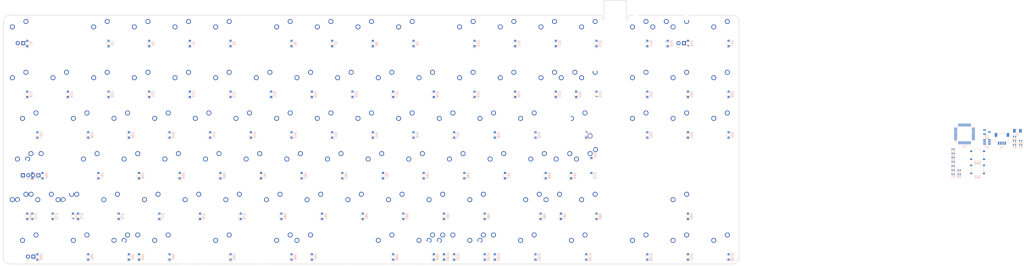
<source format=kicad_pcb>
(kicad_pcb (version 20241229) (generator "pcbnew") (generator_version "9.0")
  (title_block (title "900Than9"))
  (layers (0 "F.Cu" signal) (2 "B.Cu" signal) (13 "F.Paste" user) (15 "B.Paste" user) (5 "F.SilkS" user "F.Silkscreen") (7 "B.SilkS" user "B.Silkscreen") (1 "F.Mask" user) (3 "B.Mask" user) (25 "Edge.Cuts" user))
  (net 0 "")
  (net 1 "GND")
  (net 2 "+5V")
  (net 3 "+3V3")
  (net 4 "RST-1")
  (net 5 "GNDREF")
  (net 6 "Net-(LED1-K)")
  (net 7 "Net-(D1-A)")
  (net 9 "Net-(D2-A)")
  (net 11 "Net-(D3-A)")
  (net 14 "Net-(D4-A)")
  (net 15 "Net-(D5-A)")
  (net 17 "Net-(D6-A)")
  (net 19 "Net-(D7-A)")
  (net 22 "Net-(D8-A)")
  (net 23 "Net-(D9-A)")
  (net 26 "Net-(D10-A)")
  (net 27 "Net-(D11-A)")
  (net 29 "Net-(D12-A)")
  (net 31 "Net-(D13-A)")
  (net 33 "Net-(D14-A)")
  (net 36 "Net-(D15-A)")
  (net 37 "Net-(D16-A)")
  (net 40 "Net-(D17-A)")
  (net 42 "Net-(D18-A)")
  (net 43 "Net-(D19-A)")
  (net 46 "Net-(D20-A)")
  (net 47 "Net-(D21-A)")
  (net 50 "Net-(D22-A)")
  (net 52 "Net-(D23-A)")
  (net 53 "Net-(D24-A)")
  (net 55 "Net-(D25-A)")
  (net 58 "Net-(D26-A)")
  (net 60 "Net-(D27-A)")
  (net 62 "Net-(D28-A)")
  (net 64 "Net-(D29-A)")
  (net 65 "Net-(D30-A)")
  (net 68 "Net-(D31-A)")
  (net 69 "Net-(D32-A)")
  (net 71 "Net-(D33-A)")
  (net 73 "Net-(D34-A)")
  (net 75 "Net-(D35-A)")
  (net 78 "Net-(D36-A)")
  (net 80 "Net-(D37-A)")
  (net 82 "Net-(D38-A)")
  (net 84 "Net-(D39-A)")
  (net 85 "Net-(D40-A)")
  (net 87 "Net-(D41-A)")
  (net 89 "Net-(D42-A)")
  (net 91 "Net-(D43-A)")
  (net 93 "Net-(D44-A)")
  (net 96 "Net-(D45-A)")
  (net 97 "Net-(D46-A)")
  (net 99 "Net-(D47-A)")
  (net 101 "Net-(D48-A)")
  (net 103 "Net-(D49-A)")
  (net 106 "Net-(D50-A)")
  (net 107 "Net-(D51-A)")
  (net 110 "Net-(D52-A)")
  (net 111 "Net-(D53-A)")
  (net 114 "Net-(D54-A)")
  (net 115 "Net-(D55-A)")
  (net 117 "Net-(D56-A)")
  (net 119 "Net-(D57-A)")
  (net 121 "Net-(D58-A)")
  (net 124 "Net-(D59-A)")
  (net 125 "Net-(D60-A)")
  (net 128 "Net-(D61-A)")
  (net 129 "Net-(D62-A)")
  (net 132 "Net-(D63-A)")
  (net 134 "Net-(D64-A)")
  (net 135 "Net-(D65-A)")
  (net 137 "Net-(D66-A)")
  (net 139 "Net-(D67-A)")
  (net 142 "Net-(D68-A)")
  (net 144 "Net-(D69-A)")
  (net 146 "Net-(D70-A)")
  (net 147 "Net-(D71-A)")
  (net 149 "Net-(D72-A)")
  (net 151 "Net-(D73-A)")
  (net 154 "Net-(D74-A)")
  (net 155 "Net-(D75-A)")
  (net 158 "Net-(D76-A)")
  (net 160 "Net-(D77-A)")
  (net 161 "Net-(D78-A)")
  (net 163 "Net-(D79-A)")
  (net 165 "Net-(D80-A)")
  (net 168 "Net-(D81-A)")
  (net 169 "Net-(D82-A)")
  (net 171 "Net-(D83-A)")
  (net 173 "Net-(D84-A)")
  (net 176 "Net-(D85-A)")
  (net 177 "Net-(D86-A)")
  (net 179 "Net-(D87-A)")
  (net 181 "Net-(D88-A)")
  (net 183 "Net-(D89-A)")
  (net 185 "Net-(D90-A)")
  (net 187 "Net-(D91-A)")
  (net 189 "Net-(D92-A)")
  (net 191 "Net-(D93-A)")
  (net 193 "Net-(D94-A)")
  (net 195 "Net-(D95-A)")
  (net 198 "Net-(D96-A)")
  (net 200 "Net-(D97-A)")
  (net 201 "Net-(D98-A)")
  (net 203 "Net-(D99-A)")
  (net 205 "Net-(D100-A)")
  (net 208 "Net-(D101-A)")
  (net 209 "Net-(D102-A)")
  (net 212 "Net-(D103-A)")
  (net 213 "Net-(D104-A)")
  (net 216 "Net-(D105-A)")
  (net 217 "Net-(D106-A)")
  (net 219 "Net-(D107-A)")
  (net 221 "Net-(D108-A)")
  (net 223 "VBUS")
  (net 224 "DN")
  (net 225 "DP")
  (net 226 "Net-(LED2-K)")
  (net 227 "Net-(LED3-K)")
  (net 228 "ESCLED")
  (net 229 "SCLLED")
  (net 230 "CAPLED")
  (net 339 "BOOT-1")
  (footprint "PCM_marbastlib-mx:SW_MX_1u" (layer "F.Cu") (at 46.59 51.2225)
    (property "Reference" "MX19" (hide yes))
    (property "Value" "MX_SW_solder")
  )
  (footprint "PCM_marbastlib-mx:SW_MX_1u" (layer "F.Cu") (at 218.04 127.4225)
    (property "Reference" "MX99" (hide yes))
    (property "Value" "MX_SW_solder")
  )
  (footprint "PCM_marbastlib-mx:SW_MX_1u" (layer "F.Cu") (at 318.0525 51.2225)
    (property "Reference" "MX34" (hide yes))
    (property "Value" "MX_SW_solder")
  )
  (footprint "PCM_marbastlib-mx:SW_MX_1u" (layer "F.Cu") (at 65.64 51.2225)
    (property "Reference" "MX20" (hide yes))
    (property "Value" "MX_SW_solder")
  )
  (footprint "PCM_marbastlib-mx:SW_MX_1u" (layer "F.Cu") (at 208.515 27.41)
    (property "Reference" "MX9" (hide yes))
    (property "Value" "MX_SW_solder")
  )
  (footprint "PCM_marbastlib-mx:SW_MX_1u" (layer "F.Cu") (at 27.54 51.2225)
    (property "Reference" "MX18" (hide yes))
    (property "Value" "MX_SW_solder")
  )
  (footprint "PCM_marbastlib-mx:SW_MX_1u" (layer "F.Cu") (at 227.565 127.4225)
    (property "Reference" "MX101" (hide yes))
    (property "Value" "MX_SW_solder")
  )
  (footprint "PCM_marbastlib-mx:SW_MX_1u" (layer "F.Cu") (at 94.215 70.2725)
    (property "Reference" "MX40" (hide yes))
    (property "Value" "MX_SW_solder")
  )
  (footprint "PCM_marbastlib-mx:SW_MX_1u" (layer "F.Cu") (at 356.1525 51.2225)
    (property "Reference" "MX36" (hide yes))
    (property "Value" "MX_SW_solder")
  )
  (footprint "PCM_marbastlib-mx:STAB_MX_2.25u" (layer "F.Cu") (at 282.33375 89.3225 180)
    (property "Reference" "S69" (hide yes))
    (property "Value" "MX_stab")
  )
  (footprint "PCM_marbastlib-mx:SW_MX_1.5u" (layer "F.Cu") (at 289.4775 70.2725)
    (property "Reference" "MX50" (hide yes))
    (property "Value" "MX_SW_solder")
  )
  (footprint "PCM_marbastlib-mx:SW_MX_1u" (layer "F.Cu") (at 84.69 27.41)
    (property "Reference" "MX3" (hide yes))
    (property "Value" "MX_SW_solder")
  )
  (footprint "PCM_marbastlib-mx:SW_MX_1u" (layer "F.Cu") (at 218.04 51.2225)
    (property "Reference" "MX28" (hide yes))
    (property "Value" "MX_SW_solder")
  )
  (footprint "PCM_marbastlib-mx:SW_MX_1u" (layer "F.Cu") (at 208.515 70.2725)
    (property "Reference" "MX46" (hide yes))
    (property "Value" "MX_SW_solder")
  )
  (footprint "PCM_marbastlib-mx:SW_MX_1u" (layer "F.Cu") (at 70.4025 108.3725)
    (property "Reference" "MX76" (hide yes))
    (property "Value" "MX_SW_solder")
  )
  (footprint "PCM_marbastlib-mx:SW_MX_1u" (layer "F.Cu") (at 265.665 127.4225)
    (property "Reference" "MX104" (hide yes))
    (property "Value" "MX_SW_solder")
  )
  (footprint "PCM_marbastlib-mx:SW_MX_1u" (layer "F.Cu") (at 137.0775 89.3225)
    (property "Reference" "MX61" (hide yes))
    (property "Value" "MX_SW_solder")
  )
  (footprint "PCM_marbastlib-mx:SW_MX_1.5u" (layer "F.Cu") (at 241.8525 127.4225)
    (property "Reference" "MX102" (hide yes))
    (property "Value" "MX_SW_solder")
  )
  (footprint "PCM_marbastlib-mx:SW_MX_1u" (layer "F.Cu") (at 51.3525 108.3725)
    (property "Reference" "MX75" (hide yes))
    (property "Value" "MX_SW_solder")
  )
  (footprint "PCM_marbastlib-mx:SW_MX_1u" (layer "F.Cu") (at 237.09 51.2225)
    (property "Reference" "MX29" (hide yes))
    (property "Value" "MX_SW_solder")
  )
  (footprint "PCM_marbastlib-mx:SW_MX_1u" (layer "F.Cu") (at 284.715 51.2225)
    (property "Reference" "MX32" (hide yes))
    (property "Value" "MX_SW_solder")
  )
  (footprint "PCM_marbastlib-mx:SW_MX_1u" (layer "F.Cu") (at 251.3775 89.3225)
    (property "Reference" "MX67" (hide yes))
    (property "Value" "MX_SW_solder")
  )
  (footprint "PCM_marbastlib-mx:SW_MX_1.5u" (layer "F.Cu") (at 79.9275 127.4225)
    (property "Reference" "MX93" (hide yes))
    (property "Value" "MX_SW_solder")
  )
  (footprint "PCM_marbastlib-mx:SW_MX_1u" (layer "F.Cu") (at 189.465 70.2725)
    (property "Reference" "MX45" (hide yes))
    (property "Value" "MX_SW_solder")
  )
  (footprint "PCM_marbastlib-mx:SW_MX_1u" (layer "F.Cu") (at 103.74 27.41)
    (property "Reference" "MX4" (hide yes))
    (property "Value" "MX_SW_solder")
  )
  (footprint "PCM_marbastlib-mx:SW_MX_1.75u" (layer "F.Cu") (at 34.68375 89.3225)
    (property "Reference" "MX56" (hide yes))
    (property "Value" "MX_SW_solder")
  )
  (footprint "PCM_marbastlib-mx:SW_MX_1u" (layer "F.Cu") (at 337.1025 127.4225)
    (property "Reference" "MX107" (hide yes))
    (property "Value" "MX_SW_solder")
  )
  (footprint "PCM_marbastlib-mx:SW_MX_1u" (layer "F.Cu") (at 227.565 70.2725)
    (property "Reference" "MX47" (hide yes))
    (property "Value" "MX_SW_solder")
  )
  (footprint "PCM_marbastlib-mx:SW_MX_1u" (layer "F.Cu") (at 265.665 70.2725)
    (property "Reference" "MX49" (hide yes))
    (property "Value" "MX_SW_solder")
  )
  (footprint "PCM_marbastlib-mx:SW_MX_1u" (layer "F.Cu") (at 256.14 27.41)
    (property "Reference" "MX11" (hide yes))
    (property "Value" "MX_SW_solder")
  )
  (footprint "PCM_marbastlib-mx:SW_MX_1u" (layer "F.Cu") (at 294.24 108.3725)
    (property "Reference" "MX88" (hide yes))
    (property "Value" "MX_SW_solder")
  )
  (footprint "PCM_marbastlib-mx:SW_MX_1u" (layer "F.Cu") (at 337.1025 108.3725)
    (property "Reference" "MX89" (hide yes))
    (property "Value" "MX_SW_solder")
  )
  (footprint "PCM_marbastlib-mx:SW_MX_1u" (layer "F.Cu") (at 291.85875 79.7975 -90)
    (property "Reference" "MX51" (hide yes))
    (property "Value" "MX_SW_solder")
  )
  (footprint "PCM_marbastlib-mx:SW_MX_1.5u" (layer "F.Cu") (at 222.8025 127.4225)
    (property "Reference" "MX100" (hide yes))
    (property "Value" "MX_SW_solder")
  )
  (footprint "PCM_marbastlib-mx:SW_MX_1.25u" (layer "F.Cu") (at 291.85875 89.3225)
    (property "Reference" "MX70" (hide yes))
    (property "Value" "MX_SW_solder")
  )
  (footprint "PCM_marbastlib-mx:SW_MX_1u" (layer "F.Cu") (at 165.6525 108.3725)
    (property "Reference" "MX81" (hide yes))
    (property "Value" "MX_SW_solder")
  )
  (footprint "PCM_marbastlib-mx:SW_MX_1u" (layer "F.Cu") (at 146.6025 108.3725)
    (property "Reference" "MX80" (hide yes))
    (property "Value" "MX_SW_solder")
  )
  (footprint "PCM_marbastlib-mx:SW_MX_1u" (layer "F.Cu") (at 356.1525 27.41)
    (property "Reference" "MX17" (hide yes))
    (property "Value" "MX_SW_solder")
  )
  (footprint "PCM_marbastlib-mx:SW_MX_1u" (layer "F.Cu") (at 122.79 127.4225)
    (property "Reference" "MX95" (hide yes))
    (property "Value" "MX_SW_solder")
  )
  (footprint "PCM_marbastlib-mx:SW_MX_1u" (layer "F.Cu") (at 275.19 27.41)
    (property "Reference" "MX12" (hide yes))
    (property "Value" "MX_SW_solder")
  )
  (footprint "PCM_marbastlib-mx:SW_MX_1u" (layer "F.Cu") (at 337.1025 27.41)
    (property "Reference" "MX16" (hide yes))
    (property "Value" "MX_SW_solder")
  )
  (footprint "PCM_marbastlib-mx:SW_MX_1u" (layer "F.Cu") (at 27.54 108.3725)
    (property "Reference" "MX71" (hide yes))
    (property "Value" "MX_SW_solder")
  )
  (footprint "PCM_marbastlib-mx:SW_MX_1u" (layer "F.Cu") (at 189.465 27.41)
    (property "Reference" "MX8" (hide yes))
    (property "Value" "MX_SW_solder")
  )
  (footprint "PCM_marbastlib-mx:SW_MX_1u" (layer "F.Cu") (at 356.1525 127.4225)
    (property "Reference" "MX108" (hide yes))
    (property "Value" "MX_SW_solder")
  )
  (footprint "PCM_marbastlib-mx:SW_MX_1u" (layer "F.Cu") (at 327.5775 27.41)
    (property "Reference" "MX15" (hide yes))
    (property "Value" "MX_SW_solder")
  )
  (footprint "PCM_marbastlib-mx:SW_MX_1u" (layer "F.Cu") (at 160.89 51.2225)
    (property "Reference" "MX25" (hide yes))
    (property "Value" "MX_SW_solder")
  )
  (footprint "PCM_marbastlib-mx:SW_MX_1u" (layer "F.Cu") (at 294.24 27.41)
    (property "Reference" "MX13" (hide yes))
    (property "Value" "MX_SW_solder")
  )
  (footprint "PCM_marbastlib-mx:SW_MX_1u" (layer "F.Cu") (at 318.0525 70.2725)
    (property "Reference" "MX52" (hide yes))
    (property "Value" "MX_SW_solder")
  )
  (footprint "PCM_marbastlib-mx:SW_MX_1u" (layer "F.Cu") (at 27.54 27.41)
    (property "Reference" "MX1" (hide yes))
    (property "Value" "MX_SW_solder")
  )
  (footprint "PCM_marbastlib-mx:SW_MX_1.75u" (layer "F.Cu") (at 268.04625 108.3725)
    (property "Reference" "MX86" (hide yes))
    (property "Value" "MX_SW_solder")
  )
  (footprint "PCM_marbastlib-mx:SW_MX_1u" (layer "F.Cu") (at 151.365 27.41)
    (property "Reference" "MX6" (hide yes))
    (property "Value" "MX_SW_solder")
  )
  (footprint "PCM_marbastlib-mx:SW_MX_1u" (layer "F.Cu") (at 122.79 51.2225)
    (property "Reference" "MX23" (hide yes))
    (property "Value" "MX_SW_solder")
  )
  (footprint "PCM_marbastlib-mx:SW_MX_1u" (layer "F.Cu") (at 184.7025 108.3725)
    (property "Reference" "MX82" (hide yes))
    (property "Value" "MX_SW_solder")
  )
  (footprint "PCM_marbastlib-mx:SW_MX_1.5u" (layer "F.Cu") (at 32.3025 127.4225)
    (property "Reference" "MX90" (hide yes))
    (property "Value" "MX_SW_solder")
  )
  (footprint "PCM_marbastlib-mx:SW_MX_1.5u" (layer "F.Cu") (at 32.3025 70.2725)
    (property "Reference" "MX37" (hide yes))
    (property "Value" "MX_SW_solder")
  )
  (footprint "PCM_marbastlib-mx:SW_MX_1u" (layer "F.Cu") (at 241.8525 108.3725)
    (property "Reference" "MX85" (hide yes))
    (property "Value" "MX_SW_solder")
  )
  (footprint "PCM_marbastlib-mx:SW_MX_1u" (layer "F.Cu") (at 103.74 51.2225)
    (property "Reference" "MX22" (hide yes))
    (property "Value" "MX_SW_solder")
  )
  (footprint "PCM_marbastlib-mx:SW_MX_1u" (layer "F.Cu") (at 203.7525 108.3725)
    (property "Reference" "MX83" (hide yes))
    (property "Value" "MX_SW_solder")
  )
  (footprint "PCM_marbastlib-mx:SW_MX_1u" (layer "F.Cu") (at 89.4525 108.3725)
    (property "Reference" "MX77" (hide yes))
    (property "Value" "MX_SW_solder")
  )
  (footprint "PCM_marbastlib-mx:SW_MX_1u" (layer "F.Cu") (at 318.0525 127.4225)
    (property "Reference" "MX106" (hide yes))
    (property "Value" "MX_SW_solder")
  )
  (footprint "PCM_marbastlib-mx:STAB_MX_2u" (layer "F.Cu") (at 284.715 51.2225)
    (property "Reference" "S32" (hide yes))
    (property "Value" "MX_stab")
  )
  (footprint "My-Fi Footprints:CAPS_LED_MX_3mm" (layer "F.Cu") (at 34.68375 89.3225)
    (property "Reference" "LED3" (hide yes))
    (property "Value" "LED")
  )
  (footprint "PCM_marbastlib-mx:SW_MX_1u" (layer "F.Cu") (at 198.99 127.4225)
    (property "Reference" "MX98" (hide yes))
    (property "Value" "MX_SW_solder")
  )
  (footprint "PCM_marbastlib-mx:SW_MX_1u" (layer "F.Cu") (at 132.315 70.2725)
    (property "Reference" "MX42" (hide yes))
    (property "Value" "MX_SW_solder")
  )
  (footprint "PCM_marbastlib-mx:SW_MX_1u" (layer "F.Cu") (at 75.165 127.4225)
    (property "Reference" "MX92" (hide yes))
    (property "Value" "MX_SW_solder")
  )
  (footprint "PCM_marbastlib-mx:SW_MX_1u" (layer "F.Cu") (at 237.09 27.41)
    (property "Reference" "MX10" (hide yes))
    (property "Value" "MX_SW_solder")
  )
  (footprint "PCM_marbastlib-mx:SW_MX_1u" (layer "F.Cu") (at 337.1025 70.2725)
    (property "Reference" "MX53" (hide yes))
    (property "Value" "MX_SW_solder")
  )
  (footprint "PCM_marbastlib-mx:SW_MX_1u" (layer "F.Cu") (at 282.33375 89.3225)
    (property "Reference" "MX69" (hide yes))
    (property "Value" "MX_SW_solder")
  )
  (footprint "PCM_marbastlib-mx:SW_MX_1u" (layer "F.Cu") (at 277.57125 108.3725)
    (property "Reference" "MX87" (hide yes))
    (property "Value" "MX_SW_solder")
  )
  (footprint "PCM_marbastlib-mx:SW_MX_1.25u" (layer "F.Cu") (at 29.92125 108.3725)
    (property "Reference" "MX72" (hide yes))
    (property "Value" "MX_SW_solder")
  )
  (footprint "PCM_marbastlib-mx:SW_MX_1u" (layer "F.Cu") (at 84.69 51.2225)
    (property "Reference" "MX21" (hide yes))
    (property "Value" "MX_SW_solder")
  )
  (footprint "PCM_marbastlib-mx:SW_MX_1u" (layer "F.Cu") (at 246.615 127.4225)
    (property "Reference" "MX103" (hide yes))
    (property "Value" "MX_SW_solder")
  )
  (footprint "My-Fi Footprints:DIP_LED_MX_3mm" (layer "F.Cu") (at 337.1025 27.41)
    (property "Reference" "LED2" (hide yes))
    (property "Value" "LED")
  )
  (footprint "PCM_marbastlib-mx:SW_MX_1u" (layer "F.Cu") (at 175.1775 89.3225)
    (property "Reference" "MX63" (hide yes))
    (property "Value" "MX_SW_solder")
  )
  (footprint "PCM_marbastlib-mx:SW_MX_1u" (layer "F.Cu") (at 179.94 51.2225)
    (property "Reference" "MX26" (hide yes))
    (property "Value" "MX_SW_solder")
  )
  (footprint "PCM_marbastlib-mx:SW_MX_1u" (layer "F.Cu") (at 170.415 70.2725)
    (property "Reference" "MX44" (hide yes))
    (property "Value" "MX_SW_solder")
  )
  (footprint "PCM_marbastlib-mx:SW_MX_1u" (layer "F.Cu") (at 337.1025 51.2225)
    (property "Reference" "MX35" (hide yes))
    (property "Value" "MX_SW_solder")
  )
  (footprint "PCM_marbastlib-mx:SW_MX_1u" (layer "F.Cu") (at 75.165 70.2725)
    (property "Reference" "MX39" (hide yes))
    (property "Value" "MX_SW_solder")
  )
  (footprint "PCM_marbastlib-mx:SW_MX_1u" (layer "F.Cu") (at 127.5525 108.3725)
    (property "Reference" "MX79" (hide yes))
    (property "Value" "MX_SW_solder")
  )
  (footprint "PCM_marbastlib-mx:SW_MX_1u" (layer "F.Cu") (at 108.5025 108.3725)
    (property "Reference" "MX78" (hide yes))
    (property "Value" "MX_SW_solder")
  )
  (footprint "PCM_marbastlib-mx:SW_MX_1u" (layer "F.Cu") (at 170.415 27.41)
    (property "Reference" "MX7" (hide yes))
    (property "Value" "MX_SW_solder")
  )
  (footprint "PCM_marbastlib-mx:SW_MX_1u" (layer "F.Cu") (at 318.0525 27.41)
    (property "Reference" "MX14" (hide yes))
    (property "Value" "MX_SW_solder")
  )
  (footprint "PCM_marbastlib-mx:SW_MX_1u" (layer "F.Cu") (at 156.1275 89.3225)
    (property "Reference" "MX62" (hide yes))
    (property "Value" "MX_SW_solder")
  )
  (footprint "PCM_marbastlib-mx:SW_MX_1u" (layer "F.Cu") (at 141.84 51.2225)
    (property "Reference" "MX24" (hide yes))
    (property "Value" "MX_SW_solder")
  )
  (footprint "PCM_marbastlib-mx:STAB_MX_6u" (layer "F.Cu") (at 151.365 127.4225 180)
    (property "Reference" "S96" (hide yes))
    (property "Value" "MX_stab")
  )
  (footprint "PCM_marbastlib-mx:SW_MX_1u" (layer "F.Cu") (at 270.4275 89.3225)
    (property "Reference" "MX68" (hide yes))
    (property "Value" "MX_SW_solder")
  )
  (footprint "PCM_marbastlib-mx:SW_MX_1u" (layer "F.Cu") (at 98.9775 89.3225)
    (property "Reference" "MX59" (hide yes))
    (property "Value" "MX_SW_solder")
  )
  (footprint "PCM_marbastlib-mx:SW_MX_1u" (layer "F.Cu") (at 160.89 127.4225)
    (property "Reference" "MX97" (hide yes))
    (property "Value" "MX_SW_solder")
  )
  (footprint "My-Fi Footprints:STAB_MX_6u_7u_313u" (layer "F.Cu") (at 160.89 127.4225 180)
    (property "Reference" "S97" (hide yes))
    (property "Value" "MX_stab")
  )
  (footprint "PCM_marbastlib-mx:STAB_MX_2u" (layer "F.Cu") (at 327.5775 27.41)
    (property "Reference" "S15" (hide yes))
    (property "Value" "MX_stab")
  )
  (footprint "PCM_marbastlib-mx:SW_MX_1u" (layer "F.Cu") (at 198.99 51.2225)
    (property "Reference" "MX27" (hide yes))
    (property "Value" "MX_SW_solder")
  )
  (footprint "PCM_marbastlib-mx:SW_MX_1u" (layer "F.Cu") (at 94.215 127.4225)
    (property "Reference" "MX94" (hide yes))
    (property "Value" "MX_SW_solder")
  )
  (footprint "PCM_marbastlib-mx:SW_MX_1u" (layer "F.Cu") (at 213.2775 89.3225)
    (property "Reference" "MX65" (hide yes))
    (property "Value" "MX_SW_solder")
  )
  (footprint "PCM_marbastlib-mx:SW_MX_1u" (layer "F.Cu") (at 151.365 127.4225)
    (property "Reference" "MX96" (hide yes))
    (property "Value" "MX_SW_solder")
  )
  (footprint "PCM_marbastlib-mx:SW_MX_1.5u" (layer "F.Cu") (at 289.4775 127.4225)
    (property "Reference" "MX105" (hide yes))
    (property "Value" "MX_SW_solder")
  )
  (footprint "PCM_marbastlib-mx:SW_MX_1u" (layer "F.Cu") (at 222.8025 108.3725)
    (property "Reference" "MX84" (hide yes))
    (property "Value" "MX_SW_solder")
  )
  (footprint "PCM_marbastlib-mx:SW_MX_1.75u_STP_1.25" (layer "F.Cu") (at 29.92125 89.3225)
    (property "Reference" "MX55" (hide yes))
    (property "Value" "MX_SW_solder")
  )
  (footprint "PCM_marbastlib-mx:SW_MX_1u" (layer "F.Cu") (at 294.24 51.2225)
    (property "Reference" "MX33" (hide yes))
    (property "Value" "MX_SW_solder")
  )
  (footprint "PCM_marbastlib-mx:SW_MX_1u" (layer "F.Cu") (at 39.44625 108.3725)
    (property "Reference" "MX73" (hide yes))
    (property "Value" "MX_SW_solder")
  )
  (footprint "PCM_marbastlib-mx:SW_MX_1u" (layer "F.Cu") (at 256.14 51.2225)
    (property "Reference" "MX30" (hide yes))
    (property "Value" "MX_SW_solder")
  )
  (footprint "PCM_marbastlib-mx:SW_MX_1u" (layer "F.Cu") (at 356.1525 70.2725)
    (property "Reference" "MX54" (hide yes))
    (property "Value" "MX_SW_solder")
  )
  (footprint "PCM_marbastlib-mx:SW_MX_1u" (layer "F.Cu") (at 56.115 70.2725)
    (property "Reference" "MX38" (hide yes))
    (property "Value" "MX_SW_solder")
  )
  (footprint "PCM_marbastlib-mx:SW_MX_1u" (layer "F.Cu") (at 113.265 70.2725)
    (property "Reference" "MX41" (hide yes))
    (property "Value" "MX_SW_solder")
  )
  (footprint "PCM_marbastlib-mx:SW_MX_1u" (layer "F.Cu") (at 151.365 70.2725)
    (property "Reference" "MX43" (hide yes))
    (property "Value" "MX_SW_solder")
  )
  (footprint "PCM_marbastlib-mx:STAB_MX_2.25u" (layer "F.Cu") (at 39.44625 108.3725)
    (property "Reference" "S73" (hide yes))
    (property "Value" "MX_stab")
  )
  (footprint "PCM_marbastlib-mx:STAB_MX_ISO-ROT" (layer "F.Cu") (at 291.85875 79.7975)
    (property "Reference" "S51" (hide yes))
    (property "Value" "MX_stab")
  )
  (footprint "PCM_marbastlib-mx:SW_MX_1u" (layer "F.Cu") (at 60.8775 89.3225)
    (property "Reference" "MX57" (hide yes))
    (property "Value" "MX_SW_solder")
  )
  (footprint "PCM_marbastlib-mx:SW_MX_1u" (layer "F.Cu") (at 194.2275 89.3225)
    (property "Reference" "MX64" (hide yes))
    (property "Value" "MX_SW_solder")
  )
  (footprint "PCM_marbastlib-mx:SW_MX_1u" (layer "F.Cu") (at 232.3275 89.3225)
    (property "Reference" "MX66" (hide yes))
    (property "Value" "MX_SW_solder")
  )
  (footprint "My-Fi Footprints:DIP_LED_MX_3mm" (layer "F.Cu") (at 27.54 27.41)
    (property "Reference" "LED1" (hide yes))
    (property "Value" "LED")
  )
  (footprint "PCM_marbastlib-mx:SW_MX_1u" (layer "F.Cu") (at 275.19 51.2225)
    (property "Reference" "MX31" (hide yes))
    (property "Value" "MX_SW_solder")
  )
  (footprint "PCM_marbastlib-mx:SW_MX_1u" (layer "F.Cu") (at 118.0275 89.3225)
    (property "Reference" "MX60" (hide yes))
    (property "Value" "MX_SW_solder")
  )
  (footprint "PCM_marbastlib-mx:SW_MX_1u" (layer "F.Cu") (at 79.9275 89.3225)
    (property "Reference" "MX58" (hide yes))
    (property "Value" "MX_SW_solder")
  )
  (footprint "PCM_marbastlib-mx:SW_MX_1u" (layer "F.Cu") (at 122.79 27.41)
    (property "Reference" "MX5" (hide yes))
    (property "Value" "MX_SW_solder")
  )
  (footprint "PCM_marbastlib-mx:SW_MX_1u" (layer "F.Cu") (at 246.615 70.2725)
    (property "Reference" "MX48" (hide yes))
    (property "Value" "MX_SW_solder")
  )
  (footprint "PCM_marbastlib-mx:SW_MX_1u" (layer "F.Cu") (at 56.115 127.4225)
    (property "Reference" "MX91" (hide yes))
    (property "Value" "MX_SW_solder")
  )
  (footprint "My-Fi Footprints:DIP_LED_MX_3mm" (layer "F.Cu") (at 32.3025 127.4225)
    (property "Reference" "LED4" (hide yes))
    (property "Value" "LED")
  )
  (footprint "PCM_marbastlib-mx:STAB_MX_2.75u" (layer "F.Cu") (at 277.57125 108.3725)
    (property "Reference" "S87" (hide yes))
    (property "Value" "MX_stab")
  )
  (footprint "PCM_marbastlib-mx:SW_MX_1u" (layer "F.Cu") (at 65.64 27.41)
    (property "Reference" "MX2" (hide yes))
    (property "Value" "MX_SW_solder")
  )
  (footprint "PCM_marbastlib-mx:SW_MX_1.25u" (layer "F.Cu") (at 48.97125 108.3725)
    (property "Reference" "MX74" (hide yes))
    (property "Value" "MX_SW_solder")
  )
  (footprint "Diode_SMD:D_SOD-323_HandSoldering" (layer "B.Cu") (at 92.6125 113.5925 90)
    (property "Reference" "D77")
    (property "Value" "1N4148")
  )
  (footprint "Diode_SMD:D_SOD-323_HandSoldering" (layer "B.Cu") (at 280.73125 113.5925 90)
    (property "Reference" "D87")
    (property "Value" "1N4148")
  )
  (footprint "Diode_SMD:D_SOD-323_HandSoldering" (layer "B.Cu") (at 78.325 132.6425 90)
    (property "Reference" "D92")
    (property "Value" "1N4148")
  )
  (footprint "Capacitor_SMD:C_0402_1005Metric" (layer "B.Cu") (at 464.495 82.15)
    (property "Reference" "C7")
    (property "Value" "10uF")
  )
  (footprint "Capacitor_SMD:C_0402_1005Metric" (layer "B.Cu") (at 464.495 92)
    (property "Reference" "C2")
    (property "Value" "100nF")
  )
  (footprint "Diode_SMD:D_SOD-323_HandSoldering" (layer "B.Cu") (at 102.1375 94.5425 90)
    (property "Reference" "D59")
    (property "Value" "1N4148")
  )
  (footprint "Diode_SMD:D_SOD-323_HandSoldering" (layer "B.Cu") (at 292.6375 132.6425 90)
    (property "Reference" "D105")
    (property "Value" "1N4148")
  )
  (footprint "Diode_SMD:D_SOD-323_HandSoldering" (layer "B.Cu") (at 202.15 132.6425 90)
    (property "Reference" "D98")
    (property "Value" "1N4148")
  )
  (footprint "Button_Switch_SMD:SW_Push_1P1T_XKB_TS-1187A" (layer "B.Cu") (at 475.945 84.98)
    (property "Reference" "SW2")
    (property "Value" "SW_DPST_x2")
  )
  (footprint "Diode_SMD:D_SOD-323_HandSoldering" (layer "B.Cu") (at 278.35 56.4425 90)
    (property "Reference" "D31")
    (property "Value" "1N4148")
  )
  (footprint "Diode_SMD:D_SOD-323_HandSoldering" (layer "B.Cu") (at 249.775 75.4925 90)
    (property "Reference" "D48")
    (property "Value" "1N4148")
  )
  (footprint "Diode_SMD:D_SOD-323_HandSoldering" (layer "B.Cu") (at 52.13125 113.5925 90)
    (property "Reference" "D74")
    (property "Value" "1N4148")
  )
  (footprint "Diode_SMD:D_SOD-323_HandSoldering" (layer "B.Cu") (at 135.475 75.4925 90)
    (property "Reference" "D42")
    (property "Value" "1N4148")
  )
  (footprint "Diode_SMD:D_SOD-323_HandSoldering" (layer "B.Cu") (at 273.5875 94.5425 90)
    (property "Reference" "D68")
    (property "Value" "1N4148")
  )
  (footprint "Diode_SMD:D_SOD-323_HandSoldering" (layer "B.Cu") (at 340.2625 75.4925 90)
    (property "Reference" "D53")
    (property "Value" "1N4148")
  )
  (footprint "Diode_SMD:D_SOD-323_HandSoldering" (layer "B.Cu") (at 221.2 56.4425 90)
    (property "Reference" "D28")
    (property "Value" "1N4148")
  )
  (footprint "Diode_SMD:D_SOD-323_HandSoldering" (layer "B.Cu") (at 254.5375 94.5425 90)
    (property "Reference" "D67")
    (property "Value" "1N4148")
  )
  (footprint "Diode_SMD:D_SOD-323_HandSoldering" (layer "B.Cu") (at 221.2 132.6425 90)
    (property "Reference" "D99")
    (property "Value" "1N4148")
  )
  (footprint "Capacitor_SMD:C_0402_1005Metric" (layer "B.Cu") (at 464.495 86.09)
    (property "Reference" "C5")
    (property "Value" "100nF")
  )
  (footprint "Diode_SMD:D_SOD-323_HandSoldering" (layer "B.Cu") (at 230.725 75.4925 90)
    (property "Reference" "D47")
    (property "Value" "1N4148")
  )
  (footprint "Resistor_SMD:R_0402_1005Metric" (layer "B.Cu") (at 493.245 78.18)
    (property "Reference" "R2")
    (property "Value" "220")
  )
  (footprint "Diode_SMD:D_SOD-323_HandSoldering" (layer "B.Cu") (at 30.7 56.4425 90)
    (property "Reference" "D18")
    (property "Value" "1N4148")
  )
  (footprint "Diode_SMD:D_SOD-323_HandSoldering" (layer "B.Cu") (at 330.7375 32.63 90)
    (property "Reference" "D15")
    (property "Value" "1N4148")
  )
  (footprint "Package_TO_SOT_SMD:SOT-23-6" (layer "B.Cu") (at 480.365 78.765)
    (property "Reference" "U1")
    (property "Value" "SRV05-4")
  )
  (footprint "Diode_SMD:D_SOD-323_HandSoldering" (layer "B.Cu") (at 359.3125 132.6425 90)
    (property "Reference" "D108")
    (property "Value" "1N4148")
  )
  (footprint "Capacitor_SMD:C_0402_1005Metric" (layer "B.Cu") (at 464.495 88.06)
    (property "Reference" "C4")
    (property "Value" "100nF")
  )
  (footprint "Capacitor_SMD:C_0402_1005Metric" (layer "B.Cu") (at 464.495 93.97)
    (property "Reference" "C1")
    (property "Value" "4.7n")
  )
  (footprint "Diode_SMD:D_SOD-323_HandSoldering" (layer "B.Cu") (at 33.08125 94.5425 90)
    (property "Reference" "D55")
    (property "Value" "1N4148")
  )
  (footprint "Diode_SMD:D_SOD-323_HandSoldering" (layer "B.Cu") (at 111.6625 113.5925 90)
    (property "Reference" "D78")
    (property "Value" "1N4148")
  )
  (footprint "Diode_SMD:D_SOD-323_HandSoldering" (layer "B.Cu") (at 97.375 132.6425 90)
    (property "Reference" "D94")
    (property "Value" "1N4148")
  )
  (footprint "Diode_SMD:D_SOD-323_HandSoldering" (layer "B.Cu") (at 125.95 132.6425 90)
    (property "Reference" "D95")
    (property "Value" "1N4148")
  )
  (footprint "Diode_SMD:D_SOD-323_HandSoldering" (layer "B.Cu") (at 125.95 32.63 90)
    (property "Reference" "D5")
    (property "Value" "1N4148")
  )
  (footprint "Diode_SMD:D_SOD-323_HandSoldering" (layer "B.Cu") (at 297.4 113.5925 90)
    (property "Reference" "D88")
    (property "Value" "1N4148")
  )
  (footprint "Diode_SMD:D_SOD-323_HandSoldering" (layer "B.Cu") (at 59.275 75.4925 90)
    (property "Reference" "D38")
    (property "Value" "1N4148")
  )
  (footprint "Diode_SMD:D_SOD-323_HandSoldering" (layer "B.Cu") (at 145 56.4425 90)
    (property "Reference" "D24")
    (property "Value" "1N4148")
  )
  (footprint "Diode_SMD:D_SOD-323_HandSoldering" (layer "B.Cu") (at 49.75 56.4425 90)
    (property "Reference" "D19")
    (property "Value" "1N4148")
  )
  (footprint "Resistor_SMD:R_0402_1005Metric" (layer "B.Cu") (at 493.245 76.19)
    (property "Reference" "R3")
    (property "Value" "220")
  )
  (footprint "Diode_SMD:D_SOD-323_HandSoldering" (layer "B.Cu") (at 297.4 56.4425 90)
    (property "Reference" "D33")
    (property "Value" "1N4148")
  )
  (footprint "Diode_SMD:D_SOD-323_HandSoldering" (layer "B.Cu") (at 30.7 113.5925 90)
    (property "Reference" "D71")
    (property "Value" "1N4148")
  )
  (footprint "Diode_SMD:D_SOD-323_HandSoldering" (layer "B.Cu") (at 292.6375 75.4925 90)
    (property "Reference" "D50")
    (property "Value" "1N4148")
  )
  (footprint "Diode_SMD:D_SOD-323_HandSoldering" (layer "B.Cu") (at 106.9 56.4425 90)
    (property "Reference" "D22")
    (property "Value" "1N4148")
  )
  (footprint "Diode_SMD:D_SOD-323_HandSoldering" (layer "B.Cu") (at 183.1 56.4425 90)
    (property "Reference" "D26")
    (property "Value" "1N4148")
  )
  (footprint "Capacitor_SMD:C_0402_1005Metric" (layer "B.Cu") (at 464.495 90.03)
    (property "Reference" "C3")
    (property "Value" "100nF")
  )
  (footprint "Diode_SMD:D_SOD-323_HandSoldering" (layer "B.Cu") (at 268.825 75.4925 90)
    (property "Reference" "D49")
    (property "Value" "1N4148")
  )
  (footprint "Diode_SMD:D_SOD-323_HandSoldering" (layer "B.Cu") (at 278.35 32.63 90)
    (property "Reference" "D12")
    (property "Value" "1N4148")
  )
  (footprint "Diode_SMD:D_SOD-323_HandSoldering" (layer "B.Cu") (at 321.2125 132.6425 90)
    (property "Reference" "D106")
    (property "Value" "1N4148")
  )
  (footprint "Diode_SMD:D_SOD-323_HandSoldering" (layer "B.Cu") (at 340.2625 32.63 90)
    (property "Reference" "D16")
    (property "Value" "1N4148")
  )
  (footprint "Diode_SMD:D_SOD-323_HandSoldering" (layer "B.Cu") (at 192.625 75.4925 90)
    (property "Reference" "D45")
    (property "Value" "1N4148")
  )
  (footprint "Diode_SMD:D_SOD-323_HandSoldering" (layer "B.Cu") (at 87.85 32.63 90)
    (property "Reference" "D3")
    (property "Value" "1N4148")
  )
  (footprint "Diode_SMD:D_SOD-323_HandSoldering" (layer "B.Cu") (at 121.1875 94.5425 90)
    (property "Reference" "D60")
    (property "Value" "1N4148")
  )
  (footprint "Diode_SMD:D_SOD-323_HandSoldering" (layer "B.Cu") (at 197.3875 94.5425 90)
    (property "Reference" "D64")
    (property "Value" "1N4148")
  )
  (footprint "Diode_SMD:D_SOD-323_HandSoldering" (layer "B.Cu") (at 178.3375 94.5425 90)
    (property "Reference" "D63")
    (property "Value" "1N4148")
  )
  (footprint "Resistor_SMD:R_0402_1005Metric" (layer "B.Cu") (at 496.155 80.17)
    (property "Reference" "R4")
    (property "Value" "220")
  )
  (footprint "Diode_SMD:D_SOD-323_HandSoldering" (layer "B.Cu") (at 73.5625 113.5925 90)
    (property "Reference" "D76")
    (property "Value" "1N4148")
  )
  (footprint "Diode_SMD:D_SOD-323_HandSoldering" (layer "B.Cu") (at 168.8125 113.5925 90)
    (property "Reference" "D81")
    (property "Value" "1N4148")
  )
  (footprint "Diode_SMD:D_SOD-323_HandSoldering" (layer "B.Cu") (at 159.2875 94.5425 90)
    (property "Reference" "D62")
    (property "Value" "1N4148")
  )
  (footprint "Diode_SMD:D_SOD-323_HandSoldering" (layer "B.Cu") (at 35.4625 75.4925 90)
    (property "Reference" "D37")
    (property "Value" "1N4148")
  )
  (footprint "Diode_SMD:D_SOD-323_HandSoldering" (layer "B.Cu") (at 42.60625 113.5925 90)
    (property "Reference" "D73")
    (property "Value" "1N4148")
  )
  (footprint "Diode_SMD:D_SOD-323_HandSoldering" (layer "B.Cu") (at 187.8625 113.5925 90)
    (property "Reference" "D82")
    (property "Value" "1N4148")
  )
  (footprint "Button_Switch_SMD:SW_Push_1P1T_XKB_TS-1187A" (layer "B.Cu") (at 475.945 91.63)
    (property "Reference" "SW1")
    (property "Value" "SW_DPST_x2")
  )
  (footprint "Diode_SMD:D_SOD-323_HandSoldering" (layer "B.Cu") (at 321.2125 32.63 90)
    (property "Reference" "D14")
    (property "Value" "1N4148")
  )
  (footprint "Diode_SMD:D_SOD-323_HandSoldering" (layer "B.Cu") (at 295.01875 85.0175 90)
    (property "Reference" "D51")
    (property "Value" "1N4148")
  )
  (footprint "Diode_SMD:D_SOD-323_HandSoldering" (layer "B.Cu") (at 235.4875 94.5425 90)
    (property "Reference" "D66")
    (property "Value" "1N4148")
  )
  (footprint "Diode_SMD:D_SOD-323_HandSoldering" (layer "B.Cu") (at 268.825 132.6425 90)
    (property "Reference" "D104")
    (property "Value" "1N4148")
  )
  (footprint "Diode_SMD:D_SOD-323_HandSoldering" (layer "B.Cu") (at 340.2625 113.5925 90)
    (property "Reference" "D89")
    (property "Value" "1N4148")
  )
  (footprint "Diode_SMD:D_SOD-323_HandSoldering" (layer "B.Cu") (at 295.01875 94.5425 90)
    (property "Reference" "D70")
    (property "Value" "1N4148")
  )
  (footprint "Diode_SMD:D_SOD-323_HandSoldering" (layer "B.Cu") (at 154.525 32.63 90)
    (property "Reference" "D6")
    (property "Value" "1N4148")
  )
  (footprint "Diode_SMD:D_SOD-323_HandSoldering" (layer "B.Cu") (at 216.4375 94.5425 90)
    (property "Reference" "D65")
    (property "Value" "1N4148")
  )
  (footprint "Diode_SMD:D_SOD-323_HandSoldering" (layer "B.Cu") (at 206.9125 113.5925 90)
    (property "Reference" "D83")
    (property "Value" "1N4148")
  )
  (footprint "Diode_SMD:D_SOD-323_HandSoldering" (layer "B.Cu") (at 173.575 75.4925 90)
    (property "Reference" "D44")
    (property "Value" "1N4148")
  )
  (footprint "Diode_SMD:D_SOD-323_HandSoldering" (layer "B.Cu") (at 140.2375 94.5425 90)
    (property "Reference" "D61")
    (property "Value" "1N4148")
  )
  (footprint "Diode_SMD:D_SOD-323_HandSoldering" (layer "B.Cu") (at 83.0875 132.6425 90)
    (property "Reference" "D93")
    (property "Value" "1N4148")
  )
  (footprint "Package_TO_SOT_SMD:SOT-23-3" (layer "B.Cu") (at 480.365 74.14)
    (property "Reference" "U3")
    (property "Value" "XC6206PxxxMR")
  )
  (footprint "Diode_SMD:D_SOD-323_HandSoldering" (layer "B.Cu") (at 154.525 132.6425 90)
    (property "Reference" "D96")
    (property "Value" "1N4148")
  )
  (footprint "Diode_SMD:D_SOD-323_HandSoldering" (layer "B.Cu") (at 97.375 75.4925 90)
    (property "Reference" "D40")
    (property "Value" "1N4148")
  )
  (footprint "Capacitor_SMD:C_0402_1005Metric" (layer "B.Cu") (at 464.495 84.12)
    (property "Reference" "C6")
    (property "Value" "100nF")
  )
  (footprint "Package_QFP:LQFP-48_7x7mm_P0.5mm" (layer "B.Cu") (at 469.8275 75)
    (property "Reference" "U2")
    (property "Value" "STM32F072CBTx")
  )
  (footprint "Diode_SMD:D_SOD-323_HandSoldering" (layer "B.Cu") (at 130.7125 113.5925 90)
    (property "Reference" "D79")
    (property "Value" "1N4148")
  )
  (footprint "Diode_SMD:D_SOD-323_HandSoldering" (layer "B.Cu") (at 340.2625 56.4425 90)
    (property "Reference" "D35")
    (property "Value" "1N4148")
  )
  (footprint "Diode_SMD:D_SOD-323_HandSoldering" (layer "B.Cu") (at 285.49375 94.5425 90)
    (property "Reference" "D69")
    (property "Value" "1N4148")
  )
  (footprint "Diode_SMD:D_SOD-323_HandSoldering" (layer "B.Cu") (at 321.2125 56.4425 90)
    (property "Reference" "D34")
    (property "Value" "1N4148")
  )
  (footprint "Diode_SMD:D_SOD-323_HandSoldering" (layer "B.Cu") (at 116.425 75.4925 90)
    (property "Reference" "D41")
    (property "Value" "1N4148")
  )
  (footprint "Diode_SMD:D_SOD-323_HandSoldering" (layer "B.Cu") (at 359.3125 75.4925 90)
    (property "Reference" "D54")
    (property "Value" "1N4148")
  )
  (footprint "Capacitor_SMD:C_0402_1005Metric" (layer "B.Cu") (at 467.365 92)
    (property "Reference" "C9")
    (property "Value" "1uF")
  )
  (footprint "Connector_JST:JST_SH_SM04B-SRSS-TB_1x04-1MP_P1.00mm_Horizontal" (layer "B.Cu") (at 487.365 77.36)
    (property "Reference" "J1")
    (property "Value" "Conn_01x04_Pin")
  )
  (footprint "Diode_SMD:D_SOD-323_HandSoldering" (layer "B.Cu") (at 30.7 32.63 90)
    (property "Reference" "D1")
    (property "Value" "1N4148")
  )
  (footprint "Diode_SMD:D_SOD-323_HandSoldering" (layer "B.Cu") (at 192.625 32.63 90)
    (property "Reference" "D8")
    (property "Value" "1N4148")
  )
  (footprint "Diode_SMD:D_SOD-323_HandSoldering" (layer "B.Cu") (at 225.9625 132.6425 90)
    (property "Reference" "D100")
    (property "Value" "1N4148")
  )
  (footprint "Diode_SMD:D_SOD-323_HandSoldering" (layer "B.Cu") (at 202.15 56.4425 90)
    (property "Reference" "D27")
    (property "Value" "1N4148")
  )
  (footprint "Diode_SMD:D_SOD-323_HandSoldering" (layer "B.Cu") (at 33.08125 113.5925 90)
    (property "Reference" "D72")
    (property "Value" "1N4148")
  )
  (footprint "Diode_SMD:D_SOD-323_HandSoldering" (layer "B.Cu") (at 287.875 56.4425 90)
    (property "Reference" "D32")
    (property "Value" "1N4148")
  )
  (footprint "Diode_SMD:D_SOD-323_HandSoldering" (layer "B.Cu") (at 59.275 132.6425 90)
    (property "Reference" "D91")
    (property "Value" "1N4148")
  )
  (footprint "Diode_SMD:D_SOD-323_HandSoldering" (layer "B.Cu") (at 106.9 32.63 90)
    (property "Reference" "D4")
    (property "Value" "1N4148")
  )
  (footprint "Diode_SMD:D_SOD-323_HandSoldering" (layer "B.Cu") (at 259.3 32.63 90)
    (property "Reference" "D11")
    (property "Value" "1N4148")
  )
  (footprint "Diode_SMD:D_SOD-323_HandSoldering" (layer "B.Cu") (at 259.3 56.4425 90)
    (property "Reference" "D30")
    (property "Value" "1N4148")
  )
  (footprint "Diode_SMD:D_SOD-323_HandSoldering" (layer "B.Cu") (at 149.7625 113.5925 90)
    (property "Reference" "D80")
    (property "Value" "1N4148")
  )
  (footprint "Diode_SMD:D_SOD-323_HandSoldering" (layer "B.Cu") (at 297.4 32.63 90)
    (property "Reference" "D13")
    (property "Value" "1N4148")
  )
  (footprint "Diode_SMD:D_SOD-323_HandSoldering" (layer "B.Cu") (at 245.0125 132.6425 90)
    (property "Reference" "D102")
    (property "Value" "1N4148")
  )
  (footprint "Diode_SMD:D_SOD-323_HandSoldering" (layer "B.Cu") (at 164.05 56.4425 90)
    (property "Reference" "D25")
    (property "Value" "1N4148")
  )
  (footprint "Diode_SMD:D_SOD-323_HandSoldering" (layer "B.Cu") (at 125.95 56.4425 90)
    (property "Reference" "D23")
    (property "Value" "1N4148")
  )
  (footprint "Capacitor_SMD:C_0402_1005Metric" (layer "B.Cu") (at 467.365 93.97)
    (property "Reference" "C8")
    (property "Value" "1uF")
  )
  (footprint "Diode_SMD:D_SOD-323_HandSoldering" (layer "B.Cu") (at 64.0375 94.5425 90)
    (property "Reference" "D57")
    (property "Value" "1N4148")
  )
  (footprint "Diode_SMD:D_SOD-323_HandSoldering" (layer "B.Cu") (at 83.0875 94.5425 90)
    (property "Reference" "D58")
    (property "Value" "1N4148")
  )
  (footprint "Diode_SMD:D_SOD-323_HandSoldering" (layer "B.Cu") (at 173.575 32.63 90)
    (property "Reference" "D7")
    (property "Value" "1N4148")
  )
  (footprint "Diode_SMD:D_SOD-323_HandSoldering" (layer "B.Cu") (at 164.05 132.6425 90)
    (property "Reference" "D97")
    (property "Value" "1N4148")
  )
  (footprint "Diode_SMD:D_SOD-323_HandSoldering" (layer "B.Cu") (at 154.525 75.4925 90)
    (property "Reference" "D43")
    (property "Value" "1N4148")
  )
  (footprint "Diode_SMD:D_SOD-323_HandSoldering" (layer "B.Cu") (at 54.5125 113.5925 90)
    (property "Reference" "D75")
    (property "Value" "1N4148")
  )
  (footprint "Diode_SMD:D_SOD-323_HandSoldering" (layer "B.Cu") (at 249.775 132.6425 90)
    (property "Reference" "D103")
    (property "Value" "1N4148")
  )
  (footprint "Resistor_SMD:R_0402_1005Metric" (layer "B.Cu") (at 496.155 78.18)
    (property "Reference" "R5")
    (property "Value" "10k")
  )
  (footprint "Diode_SMD:D_SOD-323_HandSoldering" (layer "B.Cu") (at 340.2625 132.6425 90)
    (property "Reference" "D107")
    (property "Value" "1N4148")
  )
  (footprint "Diode_SMD:D_SOD-323_HandSoldering" (layer "B.Cu") (at 78.325 75.4925 90)
    (property "Reference" "D39")
    (property "Value" "1N4148")
  )
  (footprint "Diode_SMD:D_SOD-323_HandSoldering" (layer "B.Cu") (at 68.8 56.4425 90)
    (property "Reference" "D20")
    (property "Value" "1N4148")
  )
  (footprint "Diode_SMD:D_SOD-323_HandSoldering" (layer "B.Cu") (at 211.675 32.63 90)
    (property "Reference" "D9")
    (property "Value" "1N4148")
  )
  (footprint "Diode_SMD:D_SOD-323_HandSoldering" (layer "B.Cu") (at 211.675 75.4925 90)
    (property "Reference" "D46")
    (property "Value" "1N4148")
  )
  (footprint "Diode_SMD:D_SOD-323_HandSoldering" (layer "B.Cu") (at 359.3125 56.4425 90)
    (property "Reference" "D36")
    (property "Value" "1N4148")
  )
  (footprint "Diode_SMD:D_SOD-323_HandSoldering" (layer "B.Cu") (at 87.85 56.4425 90)
    (property "Reference" "D21")
    (property "Value" "1N4148")
  )
  (footprint "Diode_SMD:D_SOD-323_HandSoldering" (layer "B.Cu") (at 240.25 56.4425 90)
    (property "Reference" "D29")
    (property "Value" "1N4148")
  )
  (footprint "Fuse:Fuse_1206_3216Metric" (layer "B.Cu") (at 494.595 73.54)
    (property "Reference" "F1")
    (property "Value" "500mA")
  )
  (footprint "Diode_SMD:D_SOD-323_HandSoldering" (layer "B.Cu") (at 225.9625 113.5925 90)
    (property "Reference" "D84")
    (property "Value" "1N4148")
  )
  (footprint "Diode_SMD:D_SOD-323_HandSoldering" (layer "B.Cu") (at 359.3125 32.63 90)
    (property "Reference" "D17")
    (property "Value" "1N4148")
  )
  (footprint "Resistor_SMD:R_0402_1005Metric" (layer "B.Cu") (at 493.245 80.17)
    (property "Reference" "R1")
    (property "Value" "1M")
  )
  (footprint "Diode_SMD:D_SOD-323_HandSoldering" (layer "B.Cu") (at 245.0125 113.5925 90)
    (property "Reference" "D85")
    (property "Value" "1N4148")
  )
  (footprint "Diode_SMD:D_SOD-323_HandSoldering" (layer "B.Cu") (at 240.25 32.63 90)
    (property "Reference" "D10")
    (property "Value" "1N4148")
  )
  (footprint "Diode_SMD:D_SOD-323_HandSoldering" (layer "B.Cu") (at 35.4625 132.6425 90)
    (property "Reference" "D90")
    (property "Value" "1N4148")
  )
  (footprint "Diode_SMD:D_SOD-323_HandSoldering" (layer "B.Cu") (at 321.2125 75.4925 90)
    (property "Reference" "D52")
    (property "Value" "1N4148")
  )
  (footprint "Diode_SMD:D_SOD-323_HandSoldering" (layer "B.Cu") (at 68.8 32.63 90)
    (property "Reference" "D2")
    (property "Value" "1N4148")
  )
  (footprint "Diode_SMD:D_SOD-323_HandSoldering" (layer "B.Cu") (at 230.725 132.6425 90)
    (property "Reference" "D101")
    (property "Value" "1N4148")
  )
  (footprint "Diode_SMD:D_SOD-323_HandSoldering" (layer "B.Cu") (at 271.20625 113.5925 90)
    (property "Reference" "D86")
    (property "Value" "1N4148")
  )
  (footprint "Diode_SMD:D_SOD-323_HandSoldering" (layer "B.Cu") (at 37.84375 94.5425 90)
    (property "Reference" "D56")
    (property "Value" "1N4148")
  )
  (gr_line (start 311.346241 20.872991) (end 311.346242 13.072993) (stroke (width 0.2)) (layer "Edge.Cuts"))
  (gr_line (start 310.646242 12.372992) (end 301.646242 12.372992) (stroke (width 0.2)) (layer "Edge.Cuts"))
  (gr_arc (start 312.346242 20.372991) (mid 312.639114 19.665864) (end 313.346242 19.372992) (stroke (width 0.2)) (layer "Edge.Cuts"))
  (gr_line (start 361.177492 19.372992) (end 313.346242 19.372992) (stroke (width 0.2)) (layer "Edge.Cuts"))
  (gr_arc (start 310.646242 12.372992) (mid 311.141205 12.578014) (end 311.346242 13.072993) (stroke (width 0.2)) (layer "Edge.Cuts"))
  (gr_line (start 300.946242 13.072992) (end 300.946242 20.872992) (stroke (width 0.2)) (layer "Edge.Cuts"))
  (gr_arc (start 361.177492 19.372992) (mid 363.298803 20.25168) (end 364.177491 22.372992) (stroke (width 0.2)) (layer "Edge.Cuts"))
  (gr_arc (start 364.177492 132.935492) (mid 363.298823 135.056838) (end 361.177492 135.935492) (stroke (width 0.2)) (layer "Edge.Cuts"))
  (gr_arc (start 300.946242 13.072992) (mid 301.151239 12.577961) (end 301.646242 12.372992) (stroke (width 0.2)) (layer "Edge.Cuts"))
  (gr_arc (start 300.946242 20.872992) (mid 300.446242 21.372991) (end 299.946242 20.872992) (stroke (width 0.2)) (layer "Edge.Cuts"))
  (gr_line (start 22.514992 135.935492) (end 361.177492 135.935492) (stroke (width 0.2)) (layer "Edge.Cuts"))
  (gr_arc (start 298.946242 19.372992) (mid 299.653336 19.665882) (end 299.946242 20.372991) (stroke (width 0.2)) (layer "Edge.Cuts"))
  (gr_arc (start 22.514992 135.935492) (mid 20.393666 135.056818) (end 19.514992 132.935492) (stroke (width 0.2)) (layer "Edge.Cuts"))
  (gr_line (start 312.346242 20.372991) (end 312.346242 20.872992) (stroke (width 0.2)) (layer "Edge.Cuts"))
  (gr_arc (start 19.514992 22.372992) (mid 20.393674 20.251674) (end 22.514992 19.372992) (stroke (width 0.2)) (layer "Edge.Cuts"))
  (gr_line (start 299.946242 20.872992) (end 299.946242 20.372991) (stroke (width 0.2)) (layer "Edge.Cuts"))
  (gr_arc (start 312.346242 20.872992) (mid 311.846263 21.372895) (end 311.346241 20.872991) (stroke (width 0.2)) (layer "Edge.Cuts"))
  (gr_line (start 298.946242 19.372992) (end 22.514992 19.372992) (stroke (width 0.2)) (layer "Edge.Cuts"))
  (gr_line (start 364.177492 132.935492) (end 364.177491 22.372992) (stroke (width 0.2)) (layer "Edge.Cuts"))
  (gr_line (start 19.514992 22.372992) (end 19.514992 132.935492) (stroke (width 0.2)) (layer "Edge.Cuts"))
)
</source>
